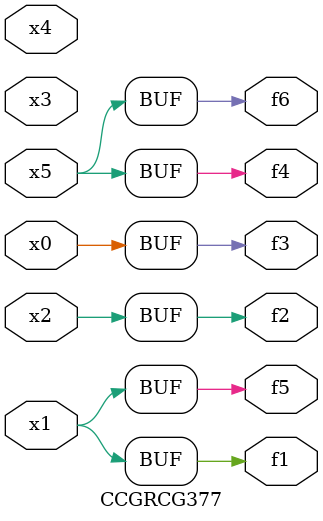
<source format=v>
module CCGRCG377(
	input x0, x1, x2, x3, x4, x5,
	output f1, f2, f3, f4, f5, f6
);
	assign f1 = x1;
	assign f2 = x2;
	assign f3 = x0;
	assign f4 = x5;
	assign f5 = x1;
	assign f6 = x5;
endmodule

</source>
